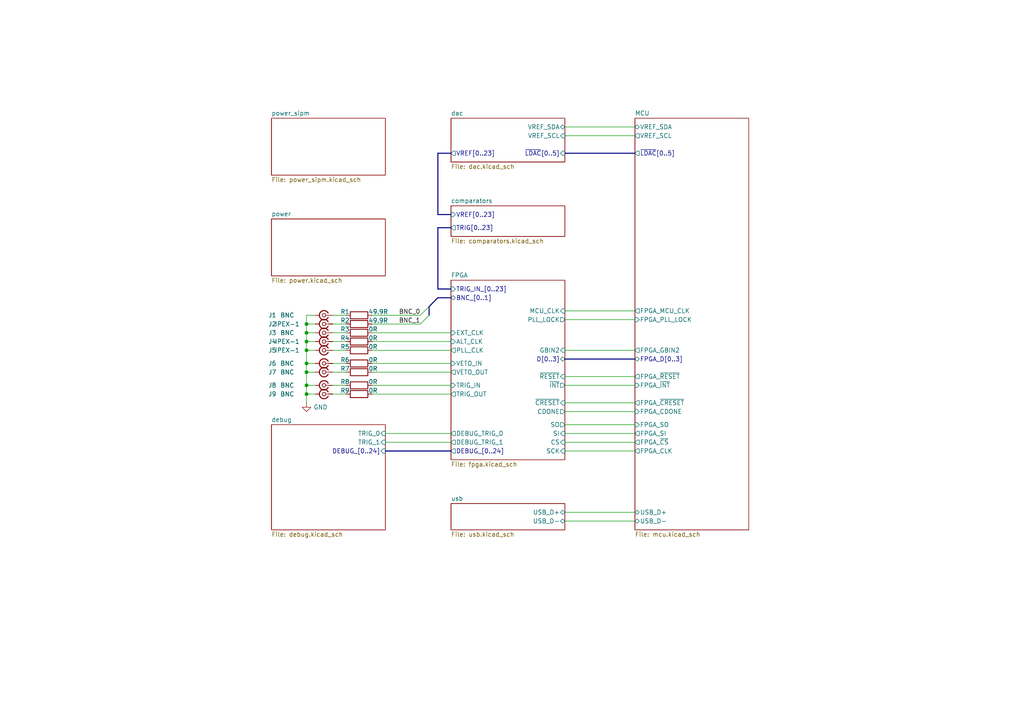
<source format=kicad_sch>
(kicad_sch (version 20250114) (generator "eeschema") (generator_version "9.0")
  (paper "A4")
  (lib_symbols
    (symbol "Connector:Conn_Coaxial_Small" (pin_numbers (hide yes)) (pin_names (offset 1.016) (hide yes))
      (property "Reference" "J" (at 0.254 3.048 0))
      (property "Value" "Conn_Coaxial_Small" (at 0 -3.81 0))
      (symbol "Conn_Coaxial_Small_0_1"
        (polyline (pts (xy -2.54 0) (xy -0.508 0)))
        (circle (center 0 0) (radius 0.508) (stroke (width 0.2032)))
      )
      (symbol "Conn_Coaxial_Small_1_1"
        (arc (start 1.3484 0.0039) (mid 0.327 -1.308) (end -1.1916 -0.6311) (stroke (width 0.3048)))
        (arc (start -1.1916 0.6311) (mid 0.327 1.3081) (end 1.3484 -0.0039) (stroke (width 0.3048)))
        (pin passive line (at -2.54 0 0) (length 1.27) (name "In") (number "1"))
        (pin passive line (at 2.54 0 180) (length 1.27) (name "Ext") (number "2"))
      )
    )
    (symbol "Device:R" (pin_numbers (hide yes)) (pin_names (offset 0))
      (property "Reference" "R" (at 2.032 0 90))
      (property "Value" "R" (at 0 0 90))
      (symbol "R_0_1"
        (rectangle (start -1.016 -2.54) (end 1.016 2.54) (stroke (width 0.254)))
      )
      (symbol "R_1_1"
        (pin passive line (at 0 3.81 270) (length 1.27) (name "~") (number "1"))
        (pin passive line (at 0 -3.81 90) (length 1.27) (name "~") (number "2"))
      )
    )
    (symbol "power:GND" (power) (pin_numbers (hide yes)) (pin_names (offset 0) (hide yes))
      (property "Value" "GND" (at 0 -3.81 0))
      (symbol "GND_0_1"
        (polyline (pts (xy 0 0) (xy 0 -1.27) (xy 1.27 -1.27) (xy 0 -2.54) (xy -1.27 -1.27) (xy 0 -1.27)))
      )
      (symbol "GND_1_1"
        (pin power_in line (at 0 0 270) (length 0) (name "~") (number "1"))
      )
    )
  )
  (junction (at 88.9 107.95))
  (junction (at 88.9 111.76))
  (junction (at 88.9 93.98))
  (junction (at 88.9 99.06))
  (junction (at 88.9 114.3))
  (junction (at 88.9 101.6))
  (junction (at 88.9 96.52))
  (junction (at 88.9 105.41))
  (bus_entry (at 121.92 91.44) (size 2.54 -2.54))
  (bus_entry (at 121.92 93.98) (size 2.54 -2.54))
  (wire (pts (xy 163.83 92.71) (xy 184.15 92.71)))
  (wire (pts (xy 96.52 101.6) (xy 100.33 101.6)))
  (wire (pts (xy 163.83 116.84) (xy 184.15 116.84)))
  (wire (pts (xy 163.83 90.17) (xy 184.15 90.17)))
  (wire (pts (xy 111.76 128.27) (xy 130.81 128.27)))
  (wire (pts (xy 163.83 119.38) (xy 184.15 119.38)))
  (wire (pts (xy 96.52 93.98) (xy 100.33 93.98)))
  (wire (pts (xy 96.52 99.06) (xy 100.33 99.06)))
  (wire (pts (xy 107.95 91.44) (xy 121.92 91.44)))
  (bus (pts (xy 163.83 104.14) (xy 184.15 104.14)))
  (wire (pts (xy 88.9 111.76) (xy 91.44 111.76)))
  (wire (pts (xy 163.83 128.27) (xy 184.15 128.27)))
  (wire (pts (xy 88.9 91.44) (xy 91.44 91.44)))
  (bus (pts (xy 111.76 130.81) (xy 130.81 130.81)))
  (wire (pts (xy 88.9 99.06) (xy 91.44 99.06)))
  (wire (pts (xy 88.9 114.3) (xy 91.44 114.3)))
  (wire (pts (xy 88.9 99.06) (xy 88.9 96.52)))
  (wire (pts (xy 107.95 111.76) (xy 130.81 111.76)))
  (wire (pts (xy 88.9 93.98) (xy 91.44 93.98)))
  (wire (pts (xy 96.52 91.44) (xy 100.33 91.44)))
  (wire (pts (xy 163.83 101.6) (xy 184.15 101.6)))
  (wire (pts (xy 163.83 148.59) (xy 184.15 148.59)))
  (wire (pts (xy 88.9 101.6) (xy 91.44 101.6)))
  (wire (pts (xy 111.76 125.73) (xy 130.81 125.73)))
  (wire (pts (xy 107.95 96.52) (xy 130.81 96.52)))
  (wire (pts (xy 88.9 96.52) (xy 91.44 96.52)))
  (wire (pts (xy 88.9 105.41) (xy 88.9 101.6)))
  (bus (pts (xy 127 44.45) (xy 127 62.23)))
  (wire (pts (xy 107.95 107.95) (xy 130.81 107.95)))
  (wire (pts (xy 163.83 39.37) (xy 184.15 39.37)))
  (wire (pts (xy 163.83 130.81) (xy 184.15 130.81)))
  (bus (pts (xy 124.46 88.9) (xy 124.46 91.44)))
  (wire (pts (xy 96.52 96.52) (xy 100.33 96.52)))
  (wire (pts (xy 107.95 99.06) (xy 130.81 99.06)))
  (wire (pts (xy 107.95 101.6) (xy 130.81 101.6)))
  (wire (pts (xy 96.52 111.76) (xy 100.33 111.76)))
  (bus (pts (xy 124.46 88.9) (xy 127 86.36)))
  (bus (pts (xy 163.83 44.45) (xy 184.15 44.45)))
  (wire (pts (xy 88.9 111.76) (xy 88.9 107.95)))
  (wire (pts (xy 163.83 151.13) (xy 184.15 151.13)))
  (wire (pts (xy 96.52 114.3) (xy 100.33 114.3)))
  (wire (pts (xy 88.9 105.41) (xy 91.44 105.41)))
  (wire (pts (xy 88.9 107.95) (xy 91.44 107.95)))
  (wire (pts (xy 163.83 109.22) (xy 184.15 109.22)))
  (wire (pts (xy 88.9 93.98) (xy 88.9 91.44)))
  (wire (pts (xy 88.9 116.84) (xy 88.9 114.3)))
  (wire (pts (xy 88.9 114.3) (xy 88.9 111.76)))
  (wire (pts (xy 107.95 93.98) (xy 121.92 93.98)))
  (bus (pts (xy 127 83.82) (xy 130.81 83.82)))
  (wire (pts (xy 107.95 114.3) (xy 130.81 114.3)))
  (wire (pts (xy 96.52 107.95) (xy 100.33 107.95)))
  (wire (pts (xy 163.83 123.19) (xy 184.15 123.19)))
  (bus (pts (xy 127 66.04) (xy 127 83.82)))
  (wire (pts (xy 88.9 101.6) (xy 88.9 99.06)))
  (wire (pts (xy 163.83 36.83) (xy 184.15 36.83)))
  (wire (pts (xy 88.9 96.52) (xy 88.9 93.98)))
  (wire (pts (xy 107.95 105.41) (xy 130.81 105.41)))
  (wire (pts (xy 88.9 107.95) (xy 88.9 105.41)))
  (bus (pts (xy 127 86.36) (xy 130.81 86.36)))
  (bus (pts (xy 127 44.45) (xy 130.81 44.45)))
  (bus (pts (xy 130.81 66.04) (xy 127 66.04)))
  (wire (pts (xy 163.83 111.76) (xy 184.15 111.76)))
  (bus (pts (xy 127 62.23) (xy 130.81 62.23)))
  (wire (pts (xy 163.83 125.73) (xy 184.15 125.73)))
  (wire (pts (xy 96.52 105.41) (xy 100.33 105.41)))
  (label "BNC_0" (at 121.92 91.44 180))
  (label "BNC_1" (at 121.92 93.98 180))
  (symbol (lib_id "Connector:Conn_Coaxial_Small") (at 93.98 101.6 0) (mirror y) (unit 1)
    (property "Reference" "J5" (at 78.994 101.6 0))
    (property "Value" "IPEX-1" (at 83.312 101.6 0))
    (property "Footprint" "digital:BWIPX-1-001E" (effects (hide yes)))
    (property "Description" "small coaxial connector (BNC, SMA, SMB, SMC, Cinch/RCA, LEMO, ...)" (effects (hide yes)))
    (property "LCSC" "C496552" (effects (hide yes)))
  )
  (symbol (lib_id "Connector:Conn_Coaxial_Small") (at 93.98 96.52 0) (mirror y) (unit 1)
    (property "Reference" "J3" (at 78.994 96.52 0))
    (property "Value" "BNC" (at 83.312 96.52 0))
    (property "Footprint" "digital:DOSIN-801-0078" (effects (hide yes)))
    (property "Description" "small coaxial connector (BNC, SMA, SMB, SMC, Cinch/RCA, LEMO, ...)" (effects (hide yes)))
  )
  (symbol (lib_id "Connector:Conn_Coaxial_Small") (at 93.98 107.95 0) (mirror y) (unit 1)
    (property "Reference" "J7" (at 78.994 107.95 0))
    (property "Value" "BNC" (at 83.312 107.95 0))
    (property "Footprint" "digital:DOSIN-801-0078" (effects (hide yes)))
    (property "Description" "small coaxial connector (BNC, SMA, SMB, SMC, Cinch/RCA, LEMO, ...)" (effects (hide yes)))
  )
  (symbol (lib_id "Connector:Conn_Coaxial_Small") (at 93.98 91.44 0) (mirror y) (unit 1)
    (property "Reference" "J1" (at 78.994 91.44 0))
    (property "Value" "BNC" (at 83.312 91.44 0))
    (property "Footprint" "digital:DOSIN-801-0078" (effects (hide yes)))
    (property "Description" "small coaxial connector (BNC, SMA, SMB, SMC, Cinch/RCA, LEMO, ...)" (effects (hide yes)))
  )
  (symbol (lib_id "Device:R") (at 104.14 114.3 90) (unit 1)
    (property "Reference" "R9" (at 100.076 113.284 90))
    (property "Value" "0R" (at 108.204 113.284 90))
    (property "Footprint" "Resistor_SMD:R_0402_1005Metric" (effects (hide yes)))
    (property "Description" "Resistor" (effects (hide yes)))
    (property "LCSC" "C17168" (effects (hide yes)))
  )
  (symbol (lib_id "Device:R") (at 104.14 99.06 90) (unit 1)
    (property "Reference" "R4" (at 100.076 98.044 90))
    (property "Value" "0R" (at 108.204 98.044 90))
    (property "Footprint" "Resistor_SMD:R_0402_1005Metric" (effects (hide yes)))
    (property "Description" "Resistor" (effects (hide yes)))
    (property "LCSC" "C17168" (effects (hide yes)))
  )
  (symbol (lib_id "Connector:Conn_Coaxial_Small") (at 93.98 93.98 0) (mirror y) (unit 1)
    (property "Reference" "J2" (at 78.994 93.98 0))
    (property "Value" "IPEX-1" (at 83.312 93.98 0))
    (property "Footprint" "digital:BWIPX-1-001E" (effects (hide yes)))
    (property "Description" "small coaxial connector (BNC, SMA, SMB, SMC, Cinch/RCA, LEMO, ...)" (effects (hide yes)))
    (property "LCSC" "C496552" (effects (hide yes)))
  )
  (symbol (lib_id "Connector:Conn_Coaxial_Small") (at 93.98 111.76 0) (mirror y) (unit 1)
    (property "Reference" "J8" (at 78.994 111.76 0))
    (property "Value" "BNC" (at 83.312 111.76 0))
    (property "Footprint" "digital:DOSIN-801-0078" (effects (hide yes)))
    (property "Description" "small coaxial connector (BNC, SMA, SMB, SMC, Cinch/RCA, LEMO, ...)" (effects (hide yes)))
  )
  (symbol (lib_id "Device:R") (at 104.14 91.44 90) (unit 1)
    (property "Reference" "R1" (at 100.076 90.424 90))
    (property "Value" "49.9R" (at 109.728 90.424 90))
    (property "Footprint" "Resistor_SMD:R_0402_1005Metric" (effects (hide yes)))
    (property "Description" "Resistor" (effects (hide yes)))
    (property "LCSC" "C17168" (effects (hide yes)))
  )
  (symbol (lib_id "Device:R") (at 104.14 93.98 90) (unit 1)
    (property "Reference" "R2" (at 100.076 92.964 90))
    (property "Value" "49.9R" (at 109.728 92.964 90))
    (property "Footprint" "Resistor_SMD:R_0402_1005Metric" (effects (hide yes)))
    (property "Description" "Resistor" (effects (hide yes)))
    (property "LCSC" "C17168" (effects (hide yes)))
  )
  (symbol (lib_id "Connector:Conn_Coaxial_Small") (at 93.98 114.3 0) (mirror y) (unit 1)
    (property "Reference" "J9" (at 78.994 114.3 0))
    (property "Value" "BNC" (at 83.312 114.3 0))
    (property "Footprint" "digital:DOSIN-801-0078" (effects (hide yes)))
    (property "Description" "small coaxial connector (BNC, SMA, SMB, SMC, Cinch/RCA, LEMO, ...)" (effects (hide yes)))
  )
  (symbol (lib_id "Connector:Conn_Coaxial_Small") (at 93.98 99.06 0) (mirror y) (unit 1)
    (property "Reference" "J4" (at 78.994 99.06 0))
    (property "Value" "IPEX-1" (at 83.312 99.06 0))
    (property "Footprint" "digital:BWIPX-1-001E" (effects (hide yes)))
    (property "Description" "small coaxial connector (BNC, SMA, SMB, SMC, Cinch/RCA, LEMO, ...)" (effects (hide yes)))
    (property "LCSC" "C496552" (effects (hide yes)))
  )
  (symbol (lib_id "Device:R") (at 104.14 111.76 90) (unit 1)
    (property "Reference" "R8" (at 100.076 110.744 90))
    (property "Value" "0R" (at 108.204 110.744 90))
    (property "Footprint" "Resistor_SMD:R_0402_1005Metric" (effects (hide yes)))
    (property "Description" "Resistor" (effects (hide yes)))
    (property "LCSC" "C17168" (effects (hide yes)))
  )
  (symbol (lib_id "Device:R") (at 104.14 105.41 90) (unit 1)
    (property "Reference" "R6" (at 100.076 104.394 90))
    (property "Value" "0R" (at 108.204 104.394 90))
    (property "Footprint" "Resistor_SMD:R_0402_1005Metric" (effects (hide yes)))
    (property "Description" "Resistor" (effects (hide yes)))
    (property "LCSC" "C17168" (effects (hide yes)))
  )
  (symbol (lib_id "Connector:Conn_Coaxial_Small") (at 93.98 105.41 0) (mirror y) (unit 1)
    (property "Reference" "J6" (at 78.994 105.41 0))
    (property "Value" "BNC" (at 83.312 105.41 0))
    (property "Footprint" "digital:DOSIN-801-0078" (effects (hide yes)))
    (property "Description" "small coaxial connector (BNC, SMA, SMB, SMC, Cinch/RCA, LEMO, ...)" (effects (hide yes)))
  )
  (symbol (lib_id "Device:R") (at 104.14 101.6 90) (unit 1)
    (property "Reference" "R5" (at 100.076 100.584 90))
    (property "Value" "0R" (at 108.204 100.584 90))
    (property "Footprint" "Resistor_SMD:R_0402_1005Metric" (effects (hide yes)))
    (property "Description" "Resistor" (effects (hide yes)))
    (property "LCSC" "C17168" (effects (hide yes)))
  )
  (symbol (lib_id "Device:R") (at 104.14 107.95 90) (unit 1)
    (property "Reference" "R7" (at 100.076 106.934 90))
    (property "Value" "0R" (at 108.204 106.934 90))
    (property "Footprint" "Resistor_SMD:R_0402_1005Metric" (effects (hide yes)))
    (property "Description" "Resistor" (effects (hide yes)))
    (property "LCSC" "C17168" (effects (hide yes)))
  )
  (symbol (lib_id "power:GND") (at 88.9 116.84 0) (unit 1)
    (property "Reference" "#PWR01" (effects (hide yes)))
    (property "Value" "GND" (at 92.964 118.11 0))
    (property "Description" "Power symbol creates a global label with name \"GND\" , ground" (effects (hide yes)))
  )
  (symbol (lib_id "Device:R") (at 104.14 96.52 90) (unit 1)
    (property "Reference" "R3" (at 100.076 95.504 90))
    (property "Value" "0R" (at 108.204 95.504 90))
    (property "Footprint" "Resistor_SMD:R_0402_1005Metric" (effects (hide yes)))
    (property "Description" "Resistor" (effects (hide yes)))
    (property "LCSC" "C17168" (effects (hide yes)))
  )
  (sheet (at 78.74 34.29) (size 33.02 16.51) (stroke (width 0.1524))
    (property "Sheetname" "power_sipm" (at 78.74 33.5784 0) (effects (justify left bottom)))
    (property "Sheetfile" "power_sipm.kicad_sch" (at 78.74 51.3846 0) (effects (justify left top)))
  )
  (sheet (at 130.81 81.28) (size 33.02 52.07) (stroke (width 0.1524))
    (property "Sheetname" "FPGA" (at 130.81 80.5684 0) (effects (justify left bottom)))
    (property "Sheetfile" "fpga.kicad_sch" (at 130.81 133.9346 0) (effects (justify left top)))
    (pin "SI" input (at 163.83 125.73 0))
    (pin "SCK" input (at 163.83 130.81 0))
    (pin "~{RESET}" input (at 163.83 109.22 0))
    (pin "CDONE" output (at 163.83 119.38 0))
    (pin "SO" output (at 163.83 123.19 0))
    (pin "MCU_CLK" input (at 163.83 90.17 0))
    (pin "EXT_CLK" input (at 130.81 96.52 180))
    (pin "VETO_IN" input (at 130.81 105.41 180))
    (pin "PLL_CLK" output (at 130.81 101.6 180))
    (pin "PLL_LOCK" output (at 163.83 92.71 0))
    (pin "TRIG_IN" input (at 130.81 111.76 180))
    (pin "TRIG_OUT" output (at 130.81 114.3 180))
    (pin "~{INT}" output (at 163.83 111.76 0))
    (pin "VETO_OUT" output (at 130.81 107.95 180))
    (pin "~{CRESET}" input (at 163.83 116.84 0))
    (pin "CS" input (at 163.83 128.27 0))
    (pin "TRIG_IN_[0..23]" input (at 130.81 83.82 180))
    (pin "GBIN2" input (at 163.83 101.6 0))
    (pin "D[0..3]" bidirectional (at 163.83 104.14 0))
    (pin "ALT_CLK" input (at 130.81 99.06 180))
    (pin "DEBUG_TRIG_1" output (at 130.81 128.27 180))
    (pin "DEBUG_TRIG_0" output (at 130.81 125.73 180))
    (pin "BNC_[0..1]" bidirectional (at 130.81 86.36 180))
    (pin "DEBUG_[0..24]" output (at 130.81 130.81 180))
  )
  (sheet (at 78.74 63.5) (size 33.02 16.51) (stroke (width 0.1524))
    (property "Sheetname" "power" (at 78.74 62.7884 0) (effects (justify left bottom)))
    (property "Sheetfile" "power.kicad_sch" (at 78.74 80.5946 0) (effects (justify left top)))
  )
  (sheet (at 130.81 146.05) (size 33.02 7.62) (stroke (width 0.1524))
    (property "Sheetname" "usb" (at 130.81 145.3384 0) (effects (justify left bottom)))
    (property "Sheetfile" "usb.kicad_sch" (at 130.81 154.2546 0) (effects (justify left top)))
    (pin "USB_D-" bidirectional (at 163.83 151.13 0))
    (pin "USB_D+" bidirectional (at 163.83 148.59 0))
  )
  (sheet (at 184.15 34.29) (size 33.02 119.38) (stroke (width 0.1524))
    (property "Sheetname" "MCU" (at 184.15 33.5784 0) (effects (justify left bottom)))
    (property "Sheetfile" "mcu.kicad_sch" (at 184.15 154.2546 0) (effects (justify left top)))
    (pin "USB_D+" bidirectional (at 184.15 148.59 180))
    (pin "VREF_SCL" output (at 184.15 39.37 180))
    (pin "FPGA_CDONE" input (at 184.15 119.38 180))
    (pin "FPGA_~{CRESET}" output (at 184.15 116.84 180))
    (pin "~{LDAC}[0..5]" output (at 184.15 44.45 180))
    (pin "VREF_SDA" bidirectional (at 184.15 36.83 180))
    (pin "USB_D-" bidirectional (at 184.15 151.13 180))
    (pin "FPGA_SI" output (at 184.15 125.73 180))
    (pin "FPGA_SO" input (at 184.15 123.19 180))
    (pin "FPGA_CLK" output (at 184.15 130.81 180))
    (pin "FPGA_~{CS}" output (at 184.15 128.27 180))
    (pin "FPGA_~{RESET}" output (at 184.15 109.22 180))
    (pin "FPGA_~{INT}" input (at 184.15 111.76 180))
    (pin "FPGA_D[0..3]" bidirectional (at 184.15 104.14 180))
    (pin "FPGA_GBIN2" output (at 184.15 101.6 180))
    (pin "FPGA_PLL_LOCK" input (at 184.15 92.71 180))
    (pin "FPGA_MCU_CLK" output (at 184.15 90.17 180))
  )
  (sheet (at 130.81 59.69) (size 33.02 8.89) (stroke (width 0.1524))
    (property "Sheetname" "comparators" (at 130.81 58.9784 0) (effects (justify left bottom)))
    (property "Sheetfile" "comparators.kicad_sch" (at 130.81 69.1646 0) (effects (justify left top)))
    (pin "TRIG[0..23]" output (at 130.81 66.04 180))
    (pin "VREF[0..23]" input (at 130.81 62.23 180))
  )
  (sheet (at 130.81 34.29) (size 33.02 12.7) (stroke (width 0.1524))
    (property "Sheetname" "dac" (at 130.81 33.5784 0) (effects (justify left bottom)))
    (property "Sheetfile" "dac.kicad_sch" (at 130.81 47.5746 0) (effects (justify left top)))
    (pin "VREF_SDA" bidirectional (at 163.83 36.83 0))
    (pin "VREF_SCL" input (at 163.83 39.37 0))
    (pin "VREF[0..23]" output (at 130.81 44.45 180))
    (pin "~{LDAC}[0..5]" input (at 163.83 44.45 0))
  )
  (sheet (at 78.74 123.19) (size 33.02 30.48) (stroke (width 0.1524))
    (property "Sheetname" "debug" (at 78.74 122.4784 0) (effects (justify left bottom)))
    (property "Sheetfile" "debug.kicad_sch" (at 78.74 154.2546 0) (effects (justify left top)))
    (pin "TRIG_0" input (at 111.76 125.73 0))
    (pin "TRIG_1" input (at 111.76 128.27 0))
    (pin "DEBUG_[0..24]" input (at 111.76 130.81 0))
  )
)
</source>
